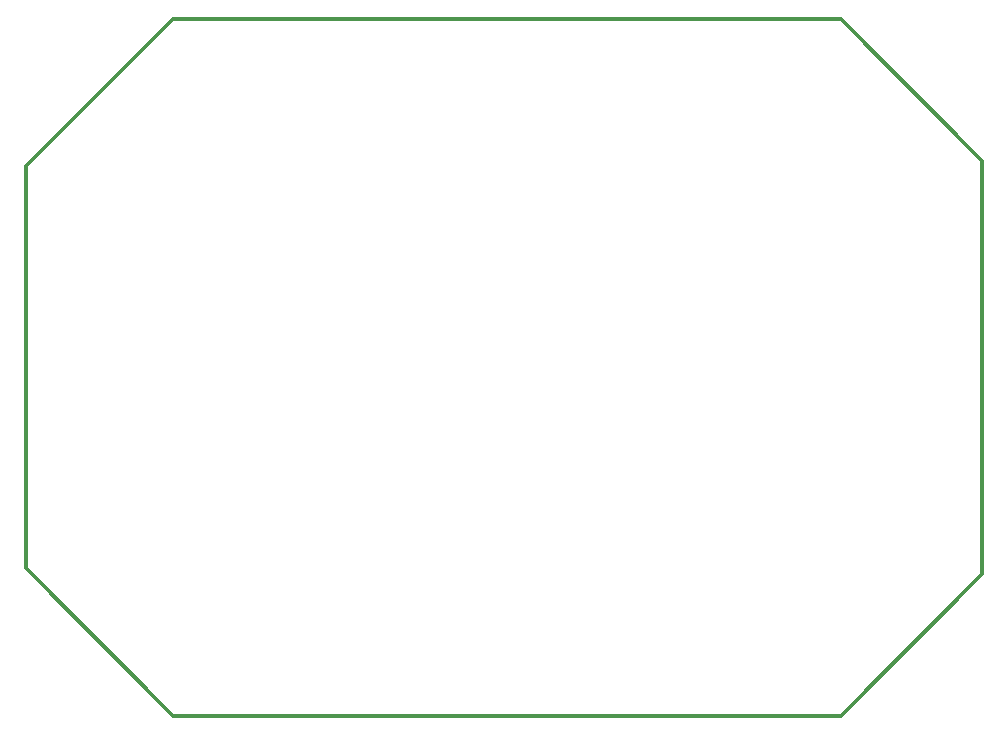
<source format=gko>
G04 Layer_Color=16711935*
%FSLAX44Y44*%
%MOMM*%
G71*
G01*
G75*
%ADD74C,0.3000*%
D74*
X280000Y715000D02*
X405000Y840000D01*
X970000D01*
X1090000Y720000D01*
X970000Y250000D02*
X1090000Y370000D01*
Y720000D01*
X405000Y250000D02*
X970000D01*
X280000Y375000D02*
X405000Y250000D01*
X280000Y375000D02*
Y715000D01*
M02*

</source>
